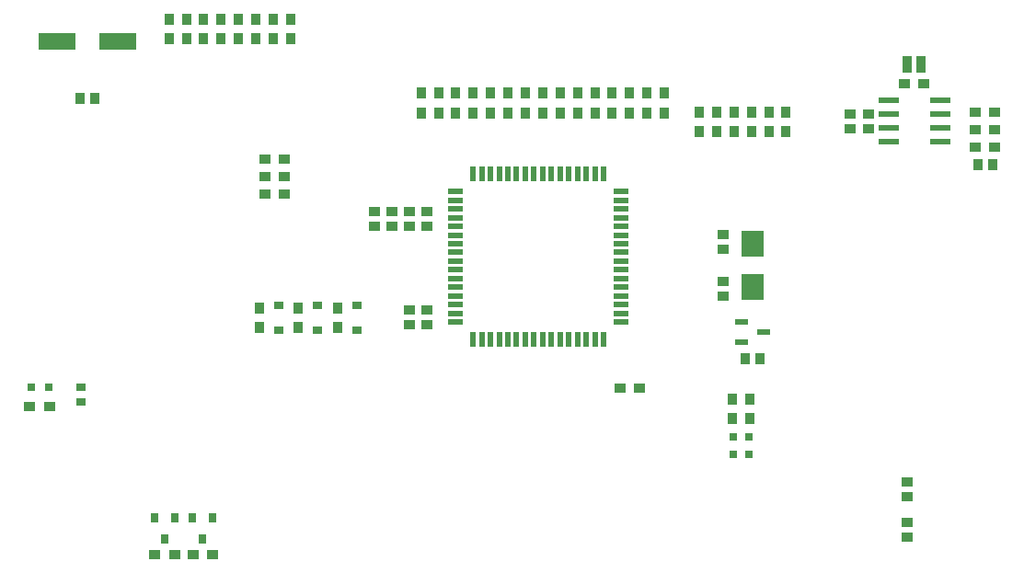
<source format=gtp>
G04*
G04 #@! TF.GenerationSoftware,Altium Limited,Altium Designer,23.8.1 (32)*
G04*
G04 Layer_Color=8421504*
%FSLAX43Y43*%
%MOMM*%
G71*
G04*
G04 #@! TF.SameCoordinates,9BBBEFC2-DBCC-4367-88D2-B00D1FEB7D6A*
G04*
G04*
G04 #@! TF.FilePolarity,Positive*
G04*
G01*
G75*
%ADD18R,3.500X1.600*%
%ADD19R,1.000X0.900*%
%ADD20R,0.800X0.800*%
%ADD21R,0.900X1.000*%
%ADD22R,1.270X0.559*%
%ADD23R,2.000X2.400*%
%ADD24R,0.800X0.900*%
%ADD25R,0.900X0.800*%
%ADD26R,0.900X0.700*%
%ADD27R,1.981X0.559*%
%ADD28R,1.473X0.508*%
%ADD29R,0.508X1.473*%
%ADD30R,0.900X1.650*%
%ADD31R,0.800X0.800*%
D18*
X14700Y59800D02*
D03*
X20300D02*
D03*
D19*
X33800Y45800D02*
D03*
X35600D02*
D03*
X76000Y36350D02*
D03*
Y37700D02*
D03*
Y42050D02*
D03*
Y40700D02*
D03*
X68300Y27900D02*
D03*
X66500D02*
D03*
X29000Y12600D02*
D03*
X27200D02*
D03*
X33800Y49000D02*
D03*
X35600D02*
D03*
Y47400D02*
D03*
X33800D02*
D03*
X25500Y12600D02*
D03*
X23700D02*
D03*
X92700Y55900D02*
D03*
X94500D02*
D03*
X99200Y53300D02*
D03*
X101000D02*
D03*
Y50100D02*
D03*
X99200D02*
D03*
X101000Y51700D02*
D03*
X99200D02*
D03*
X14000Y26200D02*
D03*
X12200D02*
D03*
X87700Y51825D02*
D03*
Y53175D02*
D03*
X89354Y51825D02*
D03*
Y53175D02*
D03*
X92900Y14160D02*
D03*
Y15510D02*
D03*
Y17890D02*
D03*
Y19240D02*
D03*
X48700Y33725D02*
D03*
Y35075D02*
D03*
X47100Y33725D02*
D03*
Y35075D02*
D03*
X48700Y42800D02*
D03*
Y44150D02*
D03*
X47100Y42800D02*
D03*
Y44150D02*
D03*
X45500Y42800D02*
D03*
Y44150D02*
D03*
X43900Y42800D02*
D03*
Y44150D02*
D03*
D20*
X78400Y23425D02*
D03*
Y21825D02*
D03*
X76900Y23425D02*
D03*
Y21825D02*
D03*
D21*
X79375Y30600D02*
D03*
X78025D02*
D03*
X76850Y25125D02*
D03*
Y26925D02*
D03*
X78450Y25125D02*
D03*
Y26925D02*
D03*
X40500Y35300D02*
D03*
Y33500D02*
D03*
X36900Y35300D02*
D03*
Y33500D02*
D03*
X33300Y35300D02*
D03*
Y33500D02*
D03*
X75400Y53350D02*
D03*
Y51550D02*
D03*
X73800D02*
D03*
Y53350D02*
D03*
X77000Y51550D02*
D03*
Y53350D02*
D03*
X67400Y53250D02*
D03*
Y55050D02*
D03*
X80200Y51550D02*
D03*
Y53350D02*
D03*
X65800Y55050D02*
D03*
Y53250D02*
D03*
X78600Y51550D02*
D03*
Y53350D02*
D03*
X64200Y55050D02*
D03*
Y53250D02*
D03*
X81800Y53350D02*
D03*
Y51550D02*
D03*
X62600Y55050D02*
D03*
Y53250D02*
D03*
X59400D02*
D03*
Y55050D02*
D03*
X61000D02*
D03*
Y53250D02*
D03*
X33000Y61900D02*
D03*
Y60100D02*
D03*
X57800Y53250D02*
D03*
Y55050D02*
D03*
X56200Y53250D02*
D03*
Y55050D02*
D03*
X36200Y61900D02*
D03*
Y60100D02*
D03*
X53000Y55050D02*
D03*
Y53250D02*
D03*
X34600Y61900D02*
D03*
Y60100D02*
D03*
X49800Y55050D02*
D03*
Y53250D02*
D03*
X51400Y55050D02*
D03*
Y53250D02*
D03*
X31400Y61900D02*
D03*
Y60100D02*
D03*
X48200Y55050D02*
D03*
Y53250D02*
D03*
X25000Y61900D02*
D03*
Y60100D02*
D03*
X26600Y61900D02*
D03*
Y60100D02*
D03*
X28200Y61900D02*
D03*
Y60100D02*
D03*
X54600Y53250D02*
D03*
Y55050D02*
D03*
X29800Y60100D02*
D03*
Y61900D02*
D03*
X69000Y53250D02*
D03*
Y55050D02*
D03*
X70600Y53250D02*
D03*
Y55050D02*
D03*
X99425Y48500D02*
D03*
X100775D02*
D03*
X18175Y54600D02*
D03*
X16825D02*
D03*
D22*
X77659Y34040D02*
D03*
X79741Y33100D02*
D03*
X77659Y32160D02*
D03*
D23*
X78700Y37200D02*
D03*
Y41200D02*
D03*
D24*
X29050Y16000D02*
D03*
X27150D02*
D03*
X28100Y14000D02*
D03*
X25550Y16000D02*
D03*
X23650D02*
D03*
X24600Y14000D02*
D03*
D25*
X42300Y33250D02*
D03*
Y35550D02*
D03*
X38700Y33250D02*
D03*
Y35550D02*
D03*
X35100Y33250D02*
D03*
Y35550D02*
D03*
D26*
X16900Y26600D02*
D03*
Y28000D02*
D03*
D27*
X91238Y51865D02*
D03*
Y53135D02*
D03*
X95962Y54405D02*
D03*
Y53135D02*
D03*
Y51865D02*
D03*
Y50595D02*
D03*
X91238D02*
D03*
Y54405D02*
D03*
D28*
X66620Y37206D02*
D03*
X51380Y43607D02*
D03*
Y34006D02*
D03*
X66620Y37993D02*
D03*
X51380Y42794D02*
D03*
Y34793D02*
D03*
Y36393D02*
D03*
Y37206D02*
D03*
Y37993D02*
D03*
Y38806D02*
D03*
Y39594D02*
D03*
Y40406D02*
D03*
Y41194D02*
D03*
Y42007D02*
D03*
Y44394D02*
D03*
Y45207D02*
D03*
Y45994D02*
D03*
X66620D02*
D03*
Y45207D02*
D03*
Y44394D02*
D03*
Y43607D02*
D03*
Y42794D02*
D03*
Y42007D02*
D03*
Y41194D02*
D03*
Y40406D02*
D03*
Y39594D02*
D03*
Y38806D02*
D03*
Y36393D02*
D03*
Y35606D02*
D03*
Y34793D02*
D03*
X51380Y35606D02*
D03*
X66620Y34006D02*
D03*
D29*
X53006Y47620D02*
D03*
X53793D02*
D03*
X54606D02*
D03*
X55393D02*
D03*
X56206D02*
D03*
X56993D02*
D03*
X57806D02*
D03*
X58594D02*
D03*
X59406D02*
D03*
X60194D02*
D03*
X61007D02*
D03*
X61794D02*
D03*
X62607D02*
D03*
X63394D02*
D03*
X64207D02*
D03*
X64994D02*
D03*
X63394Y32380D02*
D03*
X62607D02*
D03*
X61794D02*
D03*
X61007D02*
D03*
X60194D02*
D03*
X56993D02*
D03*
X56206D02*
D03*
X55393D02*
D03*
X54606D02*
D03*
X53793D02*
D03*
X53006D02*
D03*
X59406D02*
D03*
X57806D02*
D03*
X58594D02*
D03*
X64994D02*
D03*
X64207D02*
D03*
D30*
X92965Y57700D02*
D03*
X94235D02*
D03*
D31*
X13900Y28000D02*
D03*
X12300D02*
D03*
M02*

</source>
